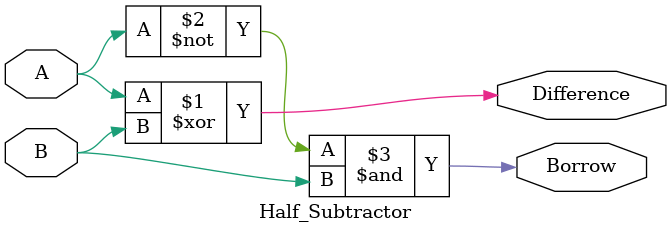
<source format=v>
`timescale 1ns / 1ps

module Half_Subtractor(
    input A,
    input B,
    output Difference,
    output Borrow
    );
    
    assign Difference = A ^ B;
    assign Borrow = ~A & B;
    
endmodule

</source>
